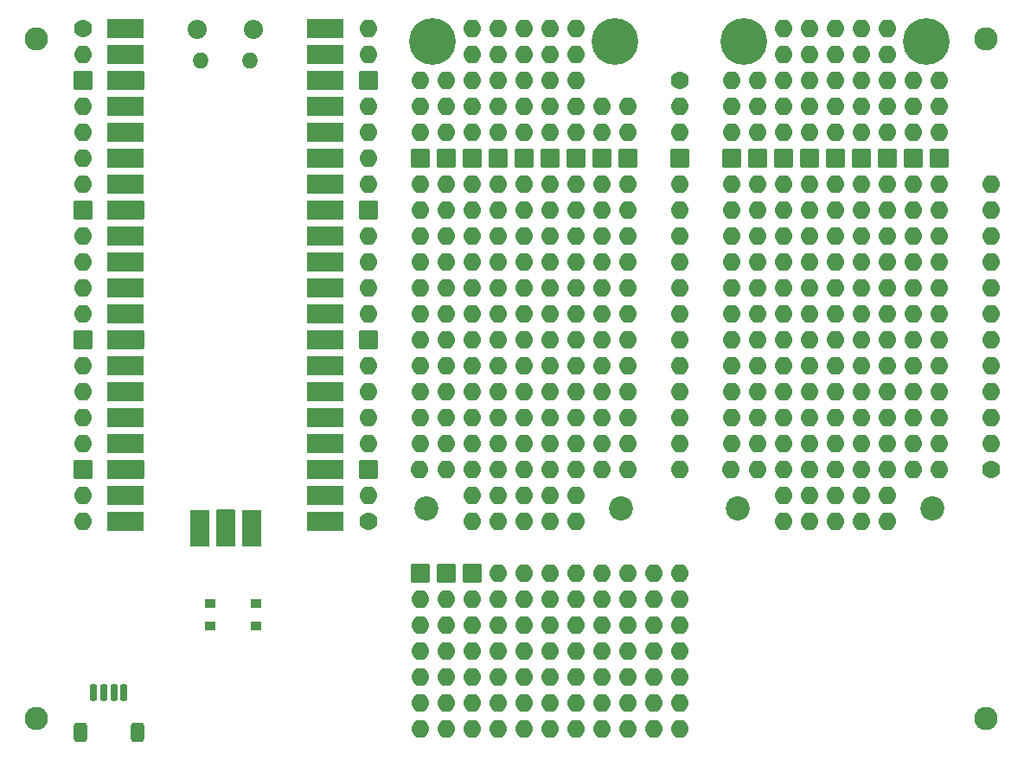
<source format=gts>
G04 #@! TF.GenerationSoftware,KiCad,Pcbnew,7.0.1*
G04 #@! TF.CreationDate,2023-06-02T18:37:16-05:00*
G04 #@! TF.ProjectId,PicoFeatherWingDuo,5069636f-4665-4617-9468-657257696e67,1*
G04 #@! TF.SameCoordinates,Original*
G04 #@! TF.FileFunction,Soldermask,Top*
G04 #@! TF.FilePolarity,Negative*
%FSLAX46Y46*%
G04 Gerber Fmt 4.6, Leading zero omitted, Abs format (unit mm)*
G04 Created by KiCad (PCBNEW 7.0.1) date 2023-06-02 18:37:16*
%MOMM*%
%LPD*%
G01*
G04 APERTURE LIST*
G04 Aperture macros list*
%AMRoundRect*
0 Rectangle with rounded corners*
0 $1 Rounding radius*
0 $2 $3 $4 $5 $6 $7 $8 $9 X,Y pos of 4 corners*
0 Add a 4 corners polygon primitive as box body*
4,1,4,$2,$3,$4,$5,$6,$7,$8,$9,$2,$3,0*
0 Add four circle primitives for the rounded corners*
1,1,$1+$1,$2,$3*
1,1,$1+$1,$4,$5*
1,1,$1+$1,$6,$7*
1,1,$1+$1,$8,$9*
0 Add four rect primitives between the rounded corners*
20,1,$1+$1,$2,$3,$4,$5,0*
20,1,$1+$1,$4,$5,$6,$7,0*
20,1,$1+$1,$6,$7,$8,$9,0*
20,1,$1+$1,$8,$9,$2,$3,0*%
G04 Aperture macros list end*
%ADD10O,1.776000X1.776000*%
%ADD11C,1.776000*%
%ADD12RoundRect,0.038000X-0.850000X-0.850000X0.850000X-0.850000X0.850000X0.850000X-0.850000X0.850000X0*%
%ADD13C,2.362000*%
%ADD14RoundRect,0.038000X-0.850000X0.850000X-0.850000X-0.850000X0.850000X-0.850000X0.850000X0.850000X0*%
%ADD15C,4.576000*%
%ADD16C,2.276000*%
%ADD17RoundRect,0.188000X-0.150000X-0.625000X0.150000X-0.625000X0.150000X0.625000X-0.150000X0.625000X0*%
%ADD18RoundRect,0.288000X-0.350000X-0.650000X0.350000X-0.650000X0.350000X0.650000X-0.350000X0.650000X0*%
%ADD19RoundRect,0.038000X0.850000X0.850000X-0.850000X0.850000X-0.850000X-0.850000X0.850000X-0.850000X0*%
%ADD20RoundRect,0.038000X-0.500000X-0.350000X0.500000X-0.350000X0.500000X0.350000X-0.500000X0.350000X0*%
%ADD21O,1.876000X1.876000*%
%ADD22O,1.576000X1.576000*%
%ADD23RoundRect,0.038000X-1.750000X-0.850000X1.750000X-0.850000X1.750000X0.850000X-1.750000X0.850000X0*%
%ADD24RoundRect,0.038000X0.850000X-1.750000X0.850000X1.750000X-0.850000X1.750000X-0.850000X-1.750000X0*%
G04 APERTURE END LIST*
D10*
X185420000Y-50800000D03*
X187960000Y-106680000D03*
D11*
X198120000Y-45720000D03*
D10*
X198120000Y-48260000D03*
X198120000Y-50800000D03*
D12*
X198120000Y-53340000D03*
D10*
X198120000Y-55880000D03*
X198120000Y-58420000D03*
X198120000Y-60960000D03*
X198120000Y-63500000D03*
X198120000Y-66040000D03*
X198120000Y-68580000D03*
X198120000Y-71120000D03*
X198120000Y-73660000D03*
X198120000Y-76200000D03*
X198120000Y-78740000D03*
X198120000Y-81280000D03*
X198120000Y-83820000D03*
X218440000Y-68580000D03*
X220980000Y-66040000D03*
X185420000Y-58420000D03*
X218440000Y-76200000D03*
X210820000Y-83820000D03*
X182880000Y-50800000D03*
X177800000Y-83820000D03*
X177800000Y-71120000D03*
D13*
X192422200Y-87642200D03*
X173372200Y-87642200D03*
D10*
X172720000Y-45720000D03*
X172720000Y-48260000D03*
X172720000Y-50800000D03*
D14*
X172720000Y-53340000D03*
D10*
X172720000Y-55880000D03*
X172720000Y-58420000D03*
X172720000Y-60960000D03*
X172720000Y-63500000D03*
X172720000Y-66040000D03*
X172720000Y-68580000D03*
X172720000Y-71120000D03*
X172720000Y-73660000D03*
X172720000Y-76200000D03*
X172720000Y-78740000D03*
X172720000Y-81280000D03*
X172694600Y-83820000D03*
X193040000Y-83820000D03*
X193040000Y-81280000D03*
X193040000Y-78740000D03*
X193040000Y-76200000D03*
X193040000Y-73660000D03*
X193040000Y-71120000D03*
X193040000Y-68580000D03*
X193040000Y-66040000D03*
X193040000Y-63500000D03*
X193040000Y-60960000D03*
X193040000Y-58420000D03*
X193040000Y-55880000D03*
D15*
X173972200Y-41892200D03*
X191772200Y-41892200D03*
D10*
X180340000Y-48260000D03*
X177800000Y-68580000D03*
X190500000Y-93980000D03*
X223520000Y-45720000D03*
X215900000Y-86360000D03*
X198120000Y-101600000D03*
X182880000Y-83820000D03*
X187960000Y-83820000D03*
X218440000Y-40640000D03*
X218440000Y-60960000D03*
X205740000Y-55880000D03*
X208280000Y-45720000D03*
X208280000Y-83820000D03*
X223520000Y-50800000D03*
X208280000Y-71120000D03*
X190500000Y-58420000D03*
X190500000Y-60960000D03*
X187960000Y-86360000D03*
X175260000Y-101600000D03*
X218440000Y-83820000D03*
X190500000Y-96520000D03*
X185420000Y-78740000D03*
X205740000Y-63500000D03*
X177800000Y-48260000D03*
X190500000Y-104140000D03*
X218440000Y-45720000D03*
X198120000Y-96520000D03*
X198120000Y-93980000D03*
D16*
X135128000Y-108204000D03*
D10*
X190500000Y-63500000D03*
D12*
X218440000Y-53340000D03*
D10*
X213360000Y-86360000D03*
X195580000Y-104140000D03*
X218440000Y-86360000D03*
X180340000Y-71120000D03*
X187960000Y-63500000D03*
X210820000Y-88900000D03*
X210820000Y-63500000D03*
X175260000Y-73660000D03*
X198120000Y-106680000D03*
X185420000Y-106680000D03*
X177800000Y-60960000D03*
X177800000Y-101600000D03*
X205740000Y-83820000D03*
X180340000Y-63500000D03*
X177800000Y-109220000D03*
X220980000Y-73660000D03*
X175260000Y-50800000D03*
X185420000Y-99060000D03*
X218440000Y-63500000D03*
X180340000Y-109220000D03*
D12*
X175260000Y-93980000D03*
D10*
X180340000Y-76200000D03*
X180340000Y-40640000D03*
X193040000Y-96520000D03*
X215900000Y-60960000D03*
X180340000Y-88900000D03*
X193040000Y-93980000D03*
X185420000Y-109220000D03*
X210820000Y-48260000D03*
X185420000Y-63500000D03*
D16*
X228092000Y-41656000D03*
D10*
X180340000Y-68580000D03*
X190500000Y-83820000D03*
X190500000Y-99060000D03*
X185420000Y-86360000D03*
X210820000Y-71120000D03*
X215900000Y-45720000D03*
X182880000Y-40640000D03*
X208280000Y-86360000D03*
X220980000Y-68580000D03*
X218440000Y-48260000D03*
X185420000Y-93980000D03*
X208280000Y-60960000D03*
X215900000Y-71120000D03*
D11*
X139700000Y-40640000D03*
D10*
X139700000Y-43180000D03*
D12*
X139700000Y-45720000D03*
D10*
X139700000Y-48260000D03*
X139700000Y-50800000D03*
X139700000Y-53340000D03*
X139700000Y-55880000D03*
D12*
X139700000Y-58420000D03*
D10*
X139700000Y-60960000D03*
X139700000Y-63500000D03*
X139700000Y-66040000D03*
X139700000Y-68580000D03*
D12*
X139700000Y-71120000D03*
D10*
X139700000Y-73660000D03*
X139700000Y-76200000D03*
X139700000Y-78740000D03*
X139700000Y-81280000D03*
D12*
X139700000Y-83820000D03*
D10*
X139700000Y-86360000D03*
X139700000Y-88900000D03*
X215900000Y-73660000D03*
X187960000Y-50800000D03*
X175260000Y-55880000D03*
X182880000Y-60960000D03*
D12*
X223520000Y-53340000D03*
D10*
X208280000Y-55880000D03*
X177800000Y-50800000D03*
X182880000Y-93980000D03*
X182880000Y-78740000D03*
X177800000Y-40640000D03*
X187960000Y-68580000D03*
X182880000Y-71120000D03*
X180340000Y-83820000D03*
X177800000Y-45720000D03*
X220980000Y-55880000D03*
X220980000Y-78740000D03*
X208280000Y-63500000D03*
X180340000Y-93980000D03*
X215900000Y-55880000D03*
X213360000Y-88900000D03*
X180340000Y-81280000D03*
X213360000Y-50800000D03*
X180340000Y-104140000D03*
X215900000Y-66040000D03*
X208280000Y-78740000D03*
X210820000Y-73660000D03*
D12*
X180340000Y-53340000D03*
D10*
X185420000Y-68580000D03*
X205740000Y-78740000D03*
X208280000Y-88900000D03*
X205740000Y-81280000D03*
X208280000Y-50800000D03*
X210820000Y-43180000D03*
X210820000Y-60960000D03*
X182880000Y-101600000D03*
X187960000Y-104140000D03*
X215900000Y-58420000D03*
D12*
X177800000Y-53340000D03*
D10*
X175260000Y-63500000D03*
D17*
X140740000Y-105696000D03*
X141740000Y-105696000D03*
X142740000Y-105696000D03*
X143740000Y-105696000D03*
D18*
X139440000Y-109571000D03*
X145040000Y-109571000D03*
D12*
X187960000Y-53340000D03*
D10*
X177800000Y-66040000D03*
X180340000Y-50800000D03*
X218440000Y-73660000D03*
X180340000Y-55880000D03*
X185420000Y-66040000D03*
X177800000Y-88900000D03*
X213360000Y-43180000D03*
X218440000Y-66040000D03*
D12*
X213360000Y-53340000D03*
D10*
X180340000Y-106680000D03*
X215900000Y-50800000D03*
D12*
X215900000Y-53340000D03*
D10*
X198120000Y-104140000D03*
X182880000Y-63500000D03*
X182880000Y-48260000D03*
X187960000Y-55880000D03*
X220980000Y-63500000D03*
X175260000Y-58420000D03*
X180340000Y-43180000D03*
X190500000Y-106680000D03*
X190500000Y-55880000D03*
X182880000Y-109220000D03*
X195580000Y-101600000D03*
X210820000Y-40640000D03*
X180340000Y-58420000D03*
X175260000Y-104140000D03*
X193040000Y-109220000D03*
X213360000Y-45720000D03*
X218440000Y-55880000D03*
X187960000Y-109220000D03*
X220980000Y-50800000D03*
X218440000Y-88900000D03*
X190500000Y-48260000D03*
X205740000Y-73660000D03*
X187960000Y-96520000D03*
X213360000Y-78740000D03*
X177800000Y-86360000D03*
X208280000Y-81280000D03*
X195580000Y-109220000D03*
X205740000Y-58420000D03*
D12*
X172720000Y-93980000D03*
D10*
X172720000Y-96520000D03*
X172720000Y-99060000D03*
X172720000Y-101600000D03*
X172720000Y-104140000D03*
X172720000Y-106680000D03*
X172720000Y-109220000D03*
X220980000Y-71120000D03*
D12*
X190500000Y-53340000D03*
D10*
X213360000Y-71120000D03*
X218440000Y-78740000D03*
X193040000Y-48260000D03*
D12*
X175260000Y-53340000D03*
D10*
X185420000Y-48260000D03*
X205740000Y-48260000D03*
X180340000Y-45720000D03*
X175260000Y-66040000D03*
X187960000Y-48260000D03*
X215900000Y-81280000D03*
X220980000Y-45720000D03*
D12*
X177800000Y-93980000D03*
D10*
X205740000Y-71120000D03*
X182880000Y-43180000D03*
X198120000Y-109220000D03*
X180340000Y-96520000D03*
X218440000Y-50800000D03*
X218440000Y-71120000D03*
X205740000Y-45720000D03*
X190500000Y-78740000D03*
X182880000Y-81280000D03*
X177800000Y-104140000D03*
X193040000Y-99060000D03*
X190500000Y-66040000D03*
X205740000Y-60960000D03*
X198120000Y-99060000D03*
X193040000Y-106680000D03*
X175260000Y-45720000D03*
X187960000Y-81280000D03*
X175260000Y-78740000D03*
X180340000Y-60960000D03*
X177800000Y-76200000D03*
X175260000Y-106680000D03*
X193040000Y-104140000D03*
X175260000Y-109220000D03*
X177800000Y-78740000D03*
X175260000Y-71120000D03*
X210820000Y-68580000D03*
X187960000Y-76200000D03*
X187960000Y-99060000D03*
X187960000Y-101600000D03*
X185420000Y-104140000D03*
X180340000Y-99060000D03*
X177800000Y-99060000D03*
X185420000Y-88900000D03*
D12*
X185420000Y-53340000D03*
D10*
X210820000Y-81280000D03*
X213360000Y-60960000D03*
X185420000Y-96520000D03*
X193040000Y-50800000D03*
X208280000Y-73660000D03*
X223520000Y-48260000D03*
X185420000Y-81280000D03*
X185420000Y-55880000D03*
X182880000Y-106680000D03*
X177800000Y-106680000D03*
X215900000Y-48260000D03*
D12*
X208280000Y-53340000D03*
D10*
X215900000Y-76200000D03*
X177800000Y-63500000D03*
X213360000Y-68580000D03*
X205740000Y-66040000D03*
X193040000Y-101600000D03*
X190500000Y-73660000D03*
X208280000Y-43180000D03*
X205740000Y-76200000D03*
D11*
X167640000Y-88900000D03*
D10*
X167640000Y-86360000D03*
D19*
X167640000Y-83820000D03*
D10*
X167640000Y-81280000D03*
X167640000Y-78740000D03*
X167640000Y-76200000D03*
X167640000Y-73660000D03*
D19*
X167640000Y-71120000D03*
D10*
X167640000Y-68580000D03*
X167640000Y-66040000D03*
X167640000Y-63500000D03*
X167640000Y-60960000D03*
D19*
X167640000Y-58420000D03*
D10*
X167640000Y-55880000D03*
X167640000Y-53340000D03*
X167640000Y-50800000D03*
X167640000Y-48260000D03*
D19*
X167640000Y-45720000D03*
D10*
X167640000Y-43180000D03*
X167640000Y-40640000D03*
X210820000Y-78740000D03*
X210820000Y-76200000D03*
X218440000Y-43180000D03*
X180340000Y-86360000D03*
X190500000Y-50800000D03*
X175260000Y-81280000D03*
X175260000Y-68580000D03*
X215900000Y-43180000D03*
X182880000Y-45720000D03*
X213360000Y-63500000D03*
X185420000Y-101600000D03*
D13*
X222902200Y-87642200D03*
X203852200Y-87642200D03*
D10*
X203200000Y-45720000D03*
X203200000Y-48260000D03*
X203200000Y-50800000D03*
D14*
X203200000Y-53340000D03*
D10*
X203200000Y-55880000D03*
X203200000Y-58420000D03*
X203200000Y-60960000D03*
X203200000Y-63500000D03*
X203200000Y-66040000D03*
X203200000Y-68580000D03*
X203200000Y-71120000D03*
X203200000Y-73660000D03*
X203200000Y-76200000D03*
X203200000Y-78740000D03*
X203200000Y-81280000D03*
X203174600Y-83820000D03*
X223520000Y-83820000D03*
X223520000Y-81280000D03*
X223520000Y-78740000D03*
X223520000Y-76200000D03*
X223520000Y-73660000D03*
X223520000Y-71120000D03*
X223520000Y-68580000D03*
X223520000Y-66040000D03*
X223520000Y-63500000D03*
X223520000Y-60960000D03*
X223520000Y-58420000D03*
X223520000Y-55880000D03*
D15*
X204452200Y-41892200D03*
X222252200Y-41892200D03*
D10*
X182880000Y-99060000D03*
X185420000Y-83820000D03*
X215900000Y-78740000D03*
D12*
X210820000Y-53340000D03*
D10*
X187960000Y-45720000D03*
X175260000Y-99060000D03*
D11*
X228600000Y-83820000D03*
D10*
X228600000Y-81280000D03*
X228600000Y-78740000D03*
X228600000Y-76200000D03*
X228600000Y-73660000D03*
X228600000Y-71120000D03*
X228600000Y-68580000D03*
X228600000Y-66040000D03*
X228600000Y-63500000D03*
X228600000Y-60960000D03*
X228600000Y-58420000D03*
X228600000Y-55880000D03*
X215900000Y-68580000D03*
X177800000Y-73660000D03*
X187960000Y-78740000D03*
X187960000Y-73660000D03*
X220980000Y-81280000D03*
X180340000Y-73660000D03*
X208280000Y-76200000D03*
X190500000Y-101600000D03*
X195580000Y-96520000D03*
D16*
X135128000Y-41656000D03*
D10*
X187960000Y-40640000D03*
X185420000Y-71120000D03*
X175260000Y-48260000D03*
X220980000Y-60960000D03*
X220980000Y-76200000D03*
X213360000Y-48260000D03*
X213360000Y-83820000D03*
X182880000Y-58420000D03*
X208280000Y-68580000D03*
X210820000Y-50800000D03*
X205740000Y-50800000D03*
X218440000Y-81280000D03*
X190500000Y-109220000D03*
X177800000Y-43180000D03*
X195580000Y-93980000D03*
X220980000Y-83820000D03*
X177800000Y-81280000D03*
X208280000Y-58420000D03*
X185420000Y-43180000D03*
X190500000Y-76200000D03*
X213360000Y-73660000D03*
D12*
X193040000Y-53340000D03*
D10*
X177800000Y-96520000D03*
X210820000Y-58420000D03*
X180340000Y-78740000D03*
D20*
X152182000Y-96969000D03*
X156682000Y-96969000D03*
X152182000Y-99119000D03*
X156682000Y-99119000D03*
D10*
X182880000Y-86360000D03*
X195580000Y-106680000D03*
X213360000Y-76200000D03*
X213360000Y-40640000D03*
X175260000Y-76200000D03*
X208280000Y-66040000D03*
X213360000Y-58420000D03*
X182880000Y-76200000D03*
D12*
X220980000Y-53340000D03*
D10*
X182880000Y-104140000D03*
X185420000Y-60960000D03*
X215900000Y-83820000D03*
X175260000Y-96520000D03*
X218440000Y-58420000D03*
X213360000Y-66040000D03*
X185420000Y-73660000D03*
X210820000Y-86360000D03*
X210820000Y-55880000D03*
X187960000Y-43180000D03*
X182880000Y-55880000D03*
X208280000Y-48260000D03*
D12*
X182880000Y-53340000D03*
D10*
X182880000Y-68580000D03*
X182880000Y-88900000D03*
X215900000Y-63500000D03*
X210820000Y-45720000D03*
X215900000Y-88900000D03*
X185420000Y-45720000D03*
X187960000Y-66040000D03*
X187960000Y-93980000D03*
X182880000Y-66040000D03*
X182880000Y-96520000D03*
X180340000Y-66040000D03*
X210820000Y-66040000D03*
X205740000Y-68580000D03*
X175260000Y-83820000D03*
X175260000Y-60960000D03*
D16*
X228092000Y-108204000D03*
D10*
X190500000Y-81280000D03*
X182880000Y-73660000D03*
X177800000Y-58420000D03*
X220980000Y-58420000D03*
D21*
X150945000Y-40770000D03*
D22*
X151245000Y-43800000D03*
X156095000Y-43800000D03*
D21*
X156395000Y-40770000D03*
D10*
X144780000Y-40640000D03*
D23*
X143880000Y-40640000D03*
D10*
X144780000Y-43180000D03*
D23*
X143880000Y-43180000D03*
D12*
X144780000Y-45720000D03*
D23*
X143880000Y-45720000D03*
D10*
X144780000Y-48260000D03*
D23*
X143880000Y-48260000D03*
D10*
X144780000Y-50800000D03*
D23*
X143880000Y-50800000D03*
D10*
X144780000Y-53340000D03*
D23*
X143880000Y-53340000D03*
D10*
X144780000Y-55880000D03*
D23*
X143880000Y-55880000D03*
D12*
X144780000Y-58420000D03*
D23*
X143880000Y-58420000D03*
D10*
X144780000Y-60960000D03*
D23*
X143880000Y-60960000D03*
D10*
X144780000Y-63500000D03*
D23*
X143880000Y-63500000D03*
D10*
X144780000Y-66040000D03*
D23*
X143880000Y-66040000D03*
D10*
X144780000Y-68580000D03*
D23*
X143880000Y-68580000D03*
D12*
X144780000Y-71120000D03*
D23*
X143880000Y-71120000D03*
D10*
X144780000Y-73660000D03*
D23*
X143880000Y-73660000D03*
D10*
X144780000Y-76200000D03*
D23*
X143880000Y-76200000D03*
D10*
X144780000Y-78740000D03*
D23*
X143880000Y-78740000D03*
D10*
X144780000Y-81280000D03*
D23*
X143880000Y-81280000D03*
D12*
X144780000Y-83820000D03*
D23*
X143880000Y-83820000D03*
D10*
X144780000Y-86360000D03*
D23*
X143880000Y-86360000D03*
D10*
X144780000Y-88900000D03*
D23*
X143880000Y-88900000D03*
D10*
X162560000Y-88900000D03*
D23*
X163460000Y-88900000D03*
D10*
X162560000Y-86360000D03*
D23*
X163460000Y-86360000D03*
D12*
X162560000Y-83820000D03*
D23*
X163460000Y-83820000D03*
D10*
X162560000Y-81280000D03*
D23*
X163460000Y-81280000D03*
D10*
X162560000Y-78740000D03*
D23*
X163460000Y-78740000D03*
D10*
X162560000Y-76200000D03*
D23*
X163460000Y-76200000D03*
D10*
X162560000Y-73660000D03*
D23*
X163460000Y-73660000D03*
D12*
X162560000Y-71120000D03*
D23*
X163460000Y-71120000D03*
D10*
X162560000Y-68580000D03*
D23*
X163460000Y-68580000D03*
D10*
X162560000Y-66040000D03*
D23*
X163460000Y-66040000D03*
D10*
X162560000Y-63500000D03*
D23*
X163460000Y-63500000D03*
D10*
X162560000Y-60960000D03*
D23*
X163460000Y-60960000D03*
D12*
X162560000Y-58420000D03*
D23*
X163460000Y-58420000D03*
D10*
X162560000Y-55880000D03*
D23*
X163460000Y-55880000D03*
D10*
X162560000Y-53340000D03*
D23*
X163460000Y-53340000D03*
D10*
X162560000Y-50800000D03*
D23*
X163460000Y-50800000D03*
D10*
X162560000Y-48260000D03*
D23*
X163460000Y-48260000D03*
D12*
X162560000Y-45720000D03*
D23*
X163460000Y-45720000D03*
D10*
X162560000Y-43180000D03*
D23*
X163460000Y-43180000D03*
D10*
X162560000Y-40640000D03*
D23*
X163460000Y-40640000D03*
D10*
X151130000Y-88670000D03*
D24*
X151130000Y-89570000D03*
D12*
X153670000Y-88670000D03*
D24*
X153670000Y-89570000D03*
D10*
X156210000Y-88670000D03*
D24*
X156210000Y-89570000D03*
D10*
X220980000Y-48260000D03*
X213360000Y-81280000D03*
X185420000Y-40640000D03*
X187960000Y-88900000D03*
X177800000Y-55880000D03*
X190500000Y-68580000D03*
X190500000Y-71120000D03*
X215900000Y-40640000D03*
X187960000Y-58420000D03*
X195580000Y-99060000D03*
X185420000Y-76200000D03*
X213360000Y-55880000D03*
X187960000Y-71120000D03*
X180340000Y-101600000D03*
X187960000Y-60960000D03*
X208280000Y-40640000D03*
D12*
X205740000Y-53340000D03*
M02*

</source>
